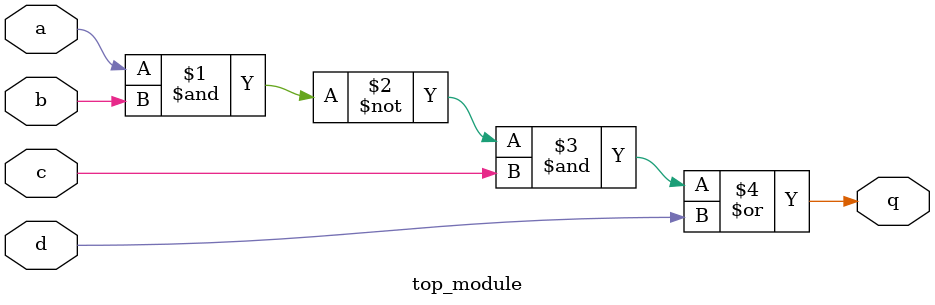
<source format=sv>
module top_module (
  input a, 
  input b, 
  input c, 
  input d,
  output q
);
  wire q_internal;

  assign q_internal = ~((~(a & b) & c) | d);
  assign q = ~q_internal;
endmodule

</source>
